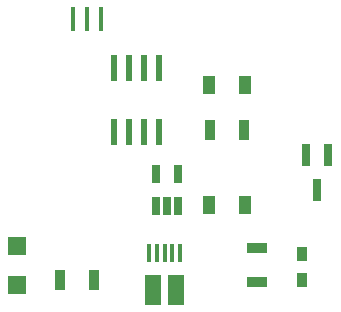
<source format=gbr>
G04 #@! TF.FileFunction,Paste,Top*
%FSLAX46Y46*%
G04 Gerber Fmt 4.6, Leading zero omitted, Abs format (unit mm)*
G04 Created by KiCad (PCBNEW 4.0.7) date 02/24/18 14:09:27*
%MOMM*%
%LPD*%
G01*
G04 APERTURE LIST*
%ADD10C,0.100000*%
%ADD11R,1.000000X1.600000*%
%ADD12R,0.650000X1.560000*%
%ADD13R,0.400000X1.650000*%
%ADD14R,1.430000X2.500000*%
%ADD15R,0.800000X1.900000*%
%ADD16R,0.900000X1.700000*%
%ADD17R,1.700000X0.900000*%
%ADD18R,0.400000X2.100000*%
%ADD19R,0.480000X2.200000*%
%ADD20R,1.500000X1.500000*%
%ADD21R,0.900000X1.200000*%
G04 APERTURE END LIST*
D10*
D11*
X163600000Y-124460000D03*
X166600000Y-124460000D03*
X163600000Y-114300000D03*
X166600000Y-114300000D03*
D12*
X159070000Y-124540000D03*
X160020000Y-124540000D03*
X160970000Y-124540000D03*
X160970000Y-121840000D03*
X159070000Y-121840000D03*
D13*
X158530000Y-128500000D03*
X159180000Y-128500000D03*
X159830000Y-128500000D03*
X160480000Y-128500000D03*
X161130000Y-128500000D03*
D14*
X158870000Y-131620000D03*
X160790000Y-131620000D03*
D15*
X173670000Y-120190000D03*
X171770000Y-120190000D03*
X172720000Y-123190000D03*
D16*
X153850000Y-130810000D03*
X150950000Y-130810000D03*
X163650000Y-118110000D03*
X166550000Y-118110000D03*
D17*
X167640000Y-128090000D03*
X167640000Y-130990000D03*
D18*
X152032000Y-108712000D03*
X153232000Y-108712000D03*
X154432000Y-108712000D03*
D19*
X159371624Y-118265776D03*
X159371624Y-112865776D03*
X158101624Y-118265776D03*
X158101624Y-112865776D03*
X156831624Y-118265776D03*
X156831624Y-112865776D03*
X155561624Y-118265776D03*
X155561624Y-112865776D03*
D20*
X147320000Y-131190000D03*
X147320000Y-127890000D03*
D21*
X171450000Y-128610000D03*
X171450000Y-130810000D03*
M02*

</source>
